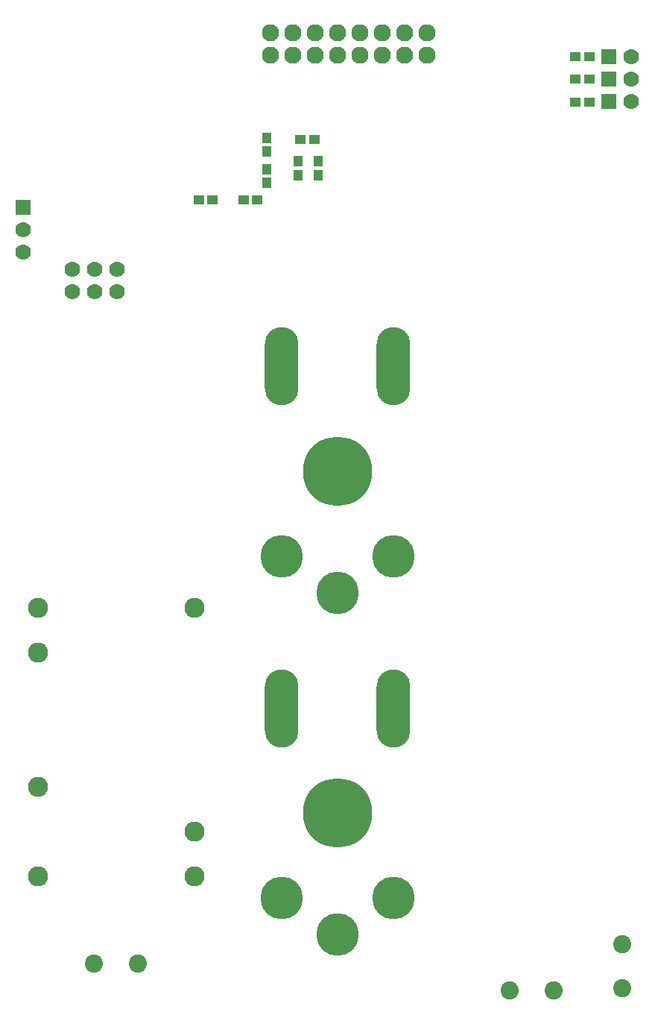
<source format=gbs>
*
*
G04 PADS 9.3.1 Build Number: 456998 generated Gerber (RS-274-X) file*
G04 PC Version=2.1*
*
%IN "remoteMonitor.pcb"*%
*
%MOIN*%
*
%FSLAX35Y35*%
*
*
*
*
G04 PC Standard Apertures*
*
*
G04 Thermal Relief Aperture macro.*
%AMTER*
1,1,$1,0,0*
1,0,$1-$2,0,0*
21,0,$3,$4,0,0,45*
21,0,$3,$4,0,0,135*
%
*
*
G04 Annular Aperture macro.*
%AMANN*
1,1,$1,0,0*
1,0,$2,0,0*
%
*
*
G04 Odd Aperture macro.*
%AMODD*
1,1,$1,0,0*
1,0,$1-0.005,0,0*
%
*
*
G04 PC Custom Aperture Macros*
*
*
*
*
*
*
G04 PC Aperture Table*
*
%ADD010C,0.001*%
%ADD032R,0.048X0.04*%
%ADD034C,0.08087*%
%ADD046R,0.04X0.048*%
%ADD092C,0.07*%
%ADD096R,0.07X0.07*%
%ADD113C,0.19*%
%ADD115C,0.07693*%
%ADD125O,0.15X0.35*%
%ADD126C,0.31*%
%ADD127C,0.09*%
*
*
*
*
G04 PC Circuitry*
G04 Layer Name remoteMonitor.pcb - circuitry*
%LPD*%
*
*
G04 PC Custom Flashes*
G04 Layer Name remoteMonitor.pcb - flashes*
%LPD*%
*
*
G04 PC Circuitry*
G04 Layer Name remoteMonitor.pcb - circuitry*
%LPD*%
*
G54D10*
G54D32*
G01X233400Y493500D03*
X239600D03*
X207900Y466500D03*
X214100D03*
X187900D03*
X194100D03*
X362600Y510000D03*
X356400D03*
X362600Y520500D03*
X356400D03*
X362600Y530500D03*
X356400D03*
G54D34*
X377500Y133843D03*
Y114157D03*
X160843Y125000D03*
X141157D03*
X346843Y113000D03*
X327157D03*
G54D46*
X218500Y480100D03*
Y473900D03*
Y487900D03*
Y494100D03*
X232500Y477400D03*
Y483600D03*
X241500D03*
Y477400D03*
G54D92*
X151500Y435500D03*
Y425500D03*
X141500Y435500D03*
Y425500D03*
X131500Y435500D03*
Y425500D03*
X381500Y510500D03*
Y520500D03*
Y530500D03*
X109500Y453000D03*
Y443000D03*
G54D96*
X371500Y510500D03*
Y520500D03*
Y530500D03*
X109500Y463000D03*
G54D113*
X225000Y307200D03*
X275000D03*
X250000Y290700D03*
X225000Y154400D03*
X275000D03*
X250000Y137900D03*
G54D115*
X220000Y531043D03*
Y541043D03*
X230000Y531043D03*
Y541043D03*
X240000Y531043D03*
Y541043D03*
X250000Y531043D03*
Y541043D03*
X260000Y531043D03*
Y541043D03*
X270000Y531043D03*
Y541043D03*
X280000Y531043D03*
Y541043D03*
X290000Y531043D03*
Y541043D03*
G54D125*
X275000Y239200D03*
X225000D03*
X275000Y392000D03*
X225000D03*
G54D126*
X250000Y192350D03*
Y345150D03*
G54D127*
X186000Y164000D03*
Y184000D03*
Y284000D03*
X116000D03*
Y264000D03*
Y204000D03*
Y164000D03*
X0Y0D02*
M02*

</source>
